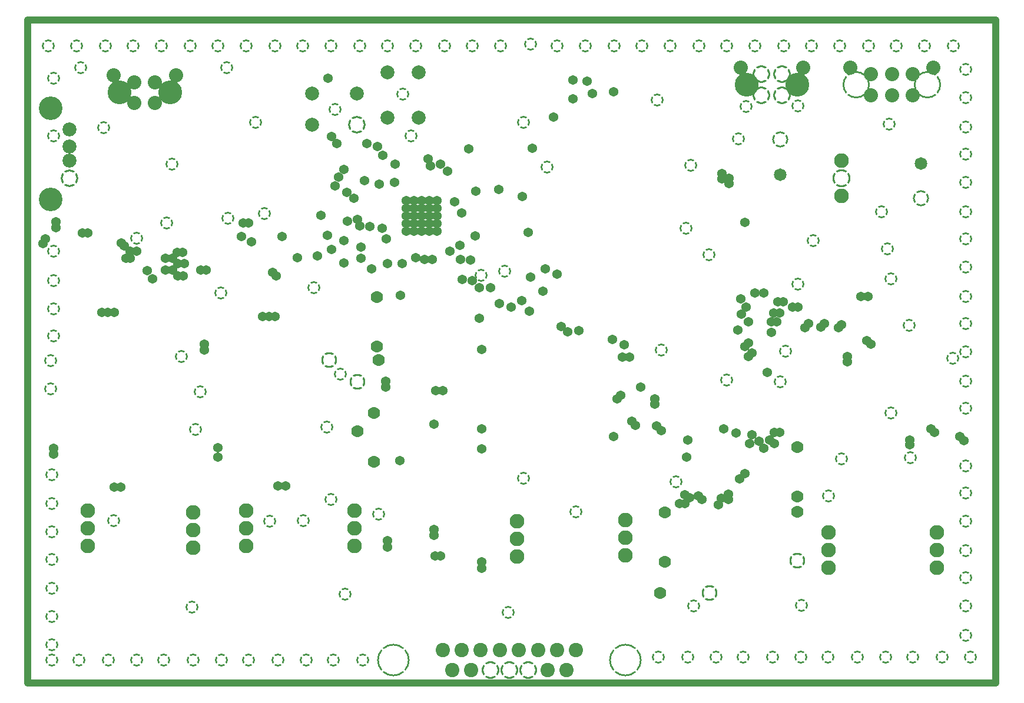
<source format=gbr>
%TF.GenerationSoftware,Altium Limited,Altium Designer,25.3.3 (18)*%
G04 Layer_Physical_Order=3*
G04 Layer_Color=128*
%FSLAX45Y45*%
%MOMM*%
%TF.SameCoordinates,7852E7E1-4E30-4CDD-8EF1-640B4E54786C*%
%TF.FilePolarity,Negative*%
%TF.FileFunction,Copper,L3,Inr,Plane*%
%TF.Part,Single*%
G01*
G75*
%TA.AperFunction,NonConductor*%
%ADD84C,1.01600*%
%TA.AperFunction,ComponentPad*%
%ADD85C,1.76600*%
G04:AMPARAMS|DCode=86|XSize=2.274mm|YSize=2.274mm|CornerRadius=0mm|HoleSize=0mm|Usage=FLASHONLY|Rotation=0.000|XOffset=0mm|YOffset=0mm|HoleType=Round|Shape=Relief|Width=0.254mm|Gap=0.254mm|Entries=4|*
%AMTHD86*
7,0,0,2.27400,1.76600,0.25400,45*
%
%ADD86THD86*%
G04:AMPARAMS|DCode=87|XSize=4.699mm|YSize=4.699mm|CornerRadius=0mm|HoleSize=0mm|Usage=FLASHONLY|Rotation=0.000|XOffset=0mm|YOffset=0mm|HoleType=Round|Shape=Relief|Width=0.254mm|Gap=0.254mm|Entries=4|*
%AMTHD87*
7,0,0,4.69900,4.19100,0.25400,45*
%
%ADD87THD87*%
%ADD88C,2.05740*%
G04:AMPARAMS|DCode=89|XSize=2.5654mm|YSize=2.5654mm|CornerRadius=0mm|HoleSize=0mm|Usage=FLASHONLY|Rotation=0.000|XOffset=0mm|YOffset=0mm|HoleType=Round|Shape=Relief|Width=0.254mm|Gap=0.254mm|Entries=4|*
%AMTHD89*
7,0,0,2.56540,2.05740,0.25400,45*
%
%ADD89THD89*%
%ADD90C,3.39600*%
G04:AMPARAMS|DCode=91|XSize=2.524mm|YSize=2.524mm|CornerRadius=0mm|HoleSize=0mm|Usage=FLASHONLY|Rotation=0.000|XOffset=0mm|YOffset=0mm|HoleType=Round|Shape=Relief|Width=0.254mm|Gap=0.254mm|Entries=4|*
%AMTHD91*
7,0,0,2.52400,2.01600,0.25400,45*
%
%ADD91THD91*%
%ADD92C,2.01600*%
%ADD93C,2.03600*%
G04:AMPARAMS|DCode=94|XSize=2.544mm|YSize=2.544mm|CornerRadius=0mm|HoleSize=0mm|Usage=FLASHONLY|Rotation=0.000|XOffset=0mm|YOffset=0mm|HoleType=Round|Shape=Relief|Width=0.254mm|Gap=0.254mm|Entries=4|*
%AMTHD94*
7,0,0,2.54400,2.03600,0.25400,45*
%
%ADD94THD94*%
%ADD95C,3.42600*%
%ADD96C,2.11600*%
%ADD97C,2.00600*%
G04:AMPARAMS|DCode=98|XSize=2.514mm|YSize=2.514mm|CornerRadius=0mm|HoleSize=0mm|Usage=FLASHONLY|Rotation=0.000|XOffset=0mm|YOffset=0mm|HoleType=Round|Shape=Relief|Width=0.254mm|Gap=0.254mm|Entries=4|*
%AMTHD98*
7,0,0,2.51400,2.00600,0.25400,45*
%
%ADD98THD98*%
G04:AMPARAMS|DCode=99|XSize=3.934mm|YSize=3.934mm|CornerRadius=0mm|HoleSize=0mm|Usage=FLASHONLY|Rotation=0.000|XOffset=0mm|YOffset=0mm|HoleType=Round|Shape=Relief|Width=0.254mm|Gap=0.254mm|Entries=4|*
%AMTHD99*
7,0,0,3.93400,3.42600,0.25400,45*
%
%ADD99THD99*%
G04:AMPARAMS|DCode=100|XSize=2.624mm|YSize=2.624mm|CornerRadius=0mm|HoleSize=0mm|Usage=FLASHONLY|Rotation=0.000|XOffset=0mm|YOffset=0mm|HoleType=Round|Shape=Relief|Width=0.254mm|Gap=0.254mm|Entries=4|*
%AMTHD100*
7,0,0,2.62400,2.11600,0.25400,45*
%
%ADD100THD100*%
G04:AMPARAMS|DCode=101|XSize=2.324mm|YSize=2.324mm|CornerRadius=0mm|HoleSize=0mm|Usage=FLASHONLY|Rotation=0.000|XOffset=0mm|YOffset=0mm|HoleType=Round|Shape=Relief|Width=0.254mm|Gap=0.254mm|Entries=4|*
%AMTHD101*
7,0,0,2.32400,1.81600,0.25400,45*
%
%ADD101THD101*%
%ADD102C,1.81600*%
%TA.AperFunction,ViaPad*%
%ADD103C,1.36600*%
G04:AMPARAMS|DCode=104|XSize=1.874mm|YSize=1.874mm|CornerRadius=0mm|HoleSize=0mm|Usage=FLASHONLY|Rotation=0.000|XOffset=0mm|YOffset=0mm|HoleType=Round|Shape=Relief|Width=0.254mm|Gap=0.254mm|Entries=4|*
%AMTHD104*
7,0,0,1.87400,1.36600,0.25400,45*
%
%ADD104THD104*%
D84*
X3822700Y1930400D02*
Y11468100D01*
X17741901D01*
Y1930400D02*
Y11468100D01*
X3822700Y1930400D02*
X17741901D01*
D85*
X8864000Y6578600D02*
D03*
X12979401Y4380900D02*
D03*
Y3670900D02*
D03*
X8839200Y7480300D02*
D03*
Y6770300D02*
D03*
X8801100Y5106000D02*
D03*
Y5816000D02*
D03*
X8559800Y5550500D02*
D03*
X12916499Y3225800D02*
D03*
X14884399Y5321300D02*
D03*
Y4611300D02*
D03*
Y4393600D02*
D03*
D86*
X8154000Y6578600D02*
D03*
X8559800Y6260500D02*
D03*
X13626500Y3225800D02*
D03*
X14884399Y3683600D02*
D03*
D87*
X9077960Y2255520D02*
D03*
X12410440D02*
D03*
D88*
X9784080Y2397760D02*
D03*
X10058400D02*
D03*
X10332720D02*
D03*
X10607039D02*
D03*
X10881359D02*
D03*
X11155679D02*
D03*
X11429999D02*
D03*
X11704319D02*
D03*
X9921241Y2113280D02*
D03*
X10195561D02*
D03*
X11292840D02*
D03*
X11567160D02*
D03*
D89*
X10469881D02*
D03*
X10744200D02*
D03*
X11018520D02*
D03*
D90*
X4148600Y8887800D02*
D03*
Y10201800D02*
D03*
D91*
X4419600Y9194800D02*
D03*
D92*
Y9444800D02*
D03*
Y9644800D02*
D03*
Y9894800D02*
D03*
D93*
X14068500Y10782600D02*
D03*
X14968500D02*
D03*
X5051500Y10668300D02*
D03*
X5951500D02*
D03*
X5351500Y10574300D02*
D03*
X5651500D02*
D03*
X5351500Y10274300D02*
D03*
X5651500D02*
D03*
X15944955Y10686100D02*
D03*
X16244955D02*
D03*
X16544955D02*
D03*
X15944955Y10386100D02*
D03*
X16244955D02*
D03*
X16544955D02*
D03*
X16844955Y10780100D02*
D03*
X15644955D02*
D03*
D94*
X14368500Y10688600D02*
D03*
X14668500D02*
D03*
X14368500Y10388600D02*
D03*
X14668500D02*
D03*
D95*
X14883501Y10538600D02*
D03*
X14153500D02*
D03*
X5866500Y10424300D02*
D03*
X5136500D02*
D03*
D96*
X4683658Y3895042D02*
D03*
Y4149042D02*
D03*
Y4403042D02*
D03*
X15519400Y8940800D02*
D03*
Y9448800D02*
D03*
X15333891Y3584348D02*
D03*
Y3838348D02*
D03*
Y4092348D02*
D03*
X16890509Y3584348D02*
D03*
X12410594Y3767094D02*
D03*
X8520670Y3900916D02*
D03*
X6197255Y3873500D02*
D03*
X6959600Y3898900D02*
D03*
Y4152900D02*
D03*
Y4406900D02*
D03*
X8520670Y4408916D02*
D03*
Y4154916D02*
D03*
X10858500Y4254500D02*
D03*
Y4000500D02*
D03*
Y3746500D02*
D03*
X12410594Y4021094D02*
D03*
Y4275094D02*
D03*
X16890509Y3838348D02*
D03*
Y4092348D02*
D03*
X6197255Y4127500D02*
D03*
Y4381500D02*
D03*
D97*
X8995200Y10063600D02*
D03*
X9445200D02*
D03*
Y10713600D02*
D03*
X8995200D02*
D03*
X8554600Y10410400D02*
D03*
X7904600D02*
D03*
Y9960400D02*
D03*
D98*
X8554600D02*
D03*
D99*
X16759955Y10536100D02*
D03*
X15729955D02*
D03*
D100*
X15519400Y9194800D02*
D03*
D101*
X16662399Y8906700D02*
D03*
X14643100Y9745600D02*
D03*
D102*
X16662399Y9406700D02*
D03*
X14643100Y9245600D02*
D03*
D103*
X4076700Y8318500D02*
D03*
X11861800Y10591800D02*
D03*
X11658600Y10604500D02*
D03*
X4603750Y8407400D02*
D03*
X12242800Y10439400D02*
D03*
X11226800Y7569200D02*
D03*
X10185400Y8013700D02*
D03*
X9956463Y8851840D02*
D03*
X10060409Y8688580D02*
D03*
X14198599Y5372100D02*
D03*
X14401801Y5308600D02*
D03*
X6553200Y5181600D02*
D03*
X10160000Y9613900D02*
D03*
X5613400Y7747000D02*
D03*
X10255634Y8363922D02*
D03*
X10033000Y8229600D02*
D03*
X11049000Y7772400D02*
D03*
X9639300Y8026400D02*
D03*
X9525000D02*
D03*
X8597900Y8509000D02*
D03*
X8737600Y8496300D02*
D03*
X8915400Y8470900D02*
D03*
X13754100Y4495800D02*
D03*
X13792200Y4584700D02*
D03*
X14135100Y8559800D02*
D03*
X8140700Y10629900D02*
D03*
X11379200Y10071100D02*
D03*
X10934700Y8928100D02*
D03*
X9893300Y8140700D02*
D03*
X8978900Y8318500D02*
D03*
X9398000Y8051800D02*
D03*
X9207500Y7964400D02*
D03*
X8991600Y7962900D02*
D03*
X8559800Y8597900D02*
D03*
X8509000Y8902700D02*
D03*
X8877300Y9105900D02*
D03*
X11012707Y8412235D02*
D03*
X10922800Y7429500D02*
D03*
X8191500Y9791700D02*
D03*
X8267700Y9690100D02*
D03*
X8242300Y9080500D02*
D03*
X8293100Y9207500D02*
D03*
X8369300Y9321800D02*
D03*
X9106185Y9397486D02*
D03*
X8928100Y9525000D02*
D03*
X8851900Y9652000D02*
D03*
X8699500Y9690100D02*
D03*
X8661400Y9156700D02*
D03*
X10591800Y9029700D02*
D03*
X10261600Y9004300D02*
D03*
X10210800Y7721600D02*
D03*
X10045700Y8026400D02*
D03*
X10071100Y7734300D02*
D03*
X10312400Y7620000D02*
D03*
X10477500D02*
D03*
X10316517Y7179617D02*
D03*
X8610600Y8204200D02*
D03*
X8420100Y8572500D02*
D03*
X8763000Y7888300D02*
D03*
X8610600Y8039100D02*
D03*
X8369300Y8293100D02*
D03*
Y7975600D02*
D03*
X8407400Y8991600D02*
D03*
X8191500Y8166100D02*
D03*
X8128000Y8369300D02*
D03*
X7988300Y8077200D02*
D03*
X7696200Y8051800D02*
D03*
X8039100Y8661400D02*
D03*
X9265700Y8866600D02*
D03*
X9375700D02*
D03*
X9485700D02*
D03*
X9595700D02*
D03*
X9705700D02*
D03*
X9265700Y8756600D02*
D03*
X9375700D02*
D03*
X9485700D02*
D03*
X9595700D02*
D03*
X9705700D02*
D03*
X9265700Y8646600D02*
D03*
X9375700D02*
D03*
X9485700D02*
D03*
X9595700D02*
D03*
X9705700D02*
D03*
X9265700Y8536600D02*
D03*
X9375700D02*
D03*
X9485700D02*
D03*
X9595700D02*
D03*
X9705700D02*
D03*
X9265700Y8426600D02*
D03*
X9375700D02*
D03*
X9485700D02*
D03*
X9595700D02*
D03*
X9705700D02*
D03*
X9093200Y9131300D02*
D03*
X14592300Y7124700D02*
D03*
X14516100D02*
D03*
X14185899D02*
D03*
X15887700Y6858000D02*
D03*
X15940045Y6805655D02*
D03*
X12230100Y6870700D02*
D03*
X14452600Y6400800D02*
D03*
X14554201Y5372100D02*
D03*
X14490700Y5422900D02*
D03*
X12839700Y5943600D02*
D03*
Y6019800D02*
D03*
X13268764Y4635791D02*
D03*
X13335001Y4597400D02*
D03*
X11747500Y6997700D02*
D03*
X5537200Y7861300D02*
D03*
X6057900Y7785100D02*
D03*
X5981700D02*
D03*
X9613900Y9372600D02*
D03*
X9855200Y9289136D02*
D03*
X9753600Y9398000D02*
D03*
X10769600Y7340600D02*
D03*
X9182100Y7505700D02*
D03*
X11074400Y9626600D02*
D03*
X11938992Y10414000D02*
D03*
X9575800Y9474200D02*
D03*
X11658600Y10337800D02*
D03*
X14681200Y7416800D02*
D03*
X14401801Y7543800D02*
D03*
X14274800D02*
D03*
X14516100Y6974316D02*
D03*
X11493500Y7061200D02*
D03*
X11582400Y6985000D02*
D03*
X10350500Y6731000D02*
D03*
X14008099Y5524500D02*
D03*
X12636500Y6184900D02*
D03*
X13830299Y5588000D02*
D03*
X14058900Y4864100D02*
D03*
X14135100Y4940300D02*
D03*
X10604500Y7391400D02*
D03*
X11036300Y7277100D02*
D03*
X12395200Y6794500D02*
D03*
X13804900Y9182100D02*
D03*
Y9258300D02*
D03*
X14030217Y7010400D02*
D03*
X14084300Y7239000D02*
D03*
X14147800Y7340600D02*
D03*
X14071600Y7454900D02*
D03*
X12471400Y6616700D02*
D03*
X12369800D02*
D03*
X11430000Y7810500D02*
D03*
X11264900Y7886700D02*
D03*
X12928600Y5562600D02*
D03*
X7480300Y8356600D02*
D03*
X7035800Y8280400D02*
D03*
X6896100Y8356600D02*
D03*
X7378599Y7204172D02*
D03*
X7289800Y7200900D02*
D03*
X7200900D02*
D03*
X13906500Y9112250D02*
D03*
Y9194800D02*
D03*
X14185899Y6819900D02*
D03*
X14897099Y7340600D02*
D03*
X14820900D02*
D03*
X14608043Y7416800D02*
D03*
X14630400Y7251700D02*
D03*
X14547388D02*
D03*
X9169400Y5130800D02*
D03*
X13296899Y5181600D02*
D03*
X15223276Y7046432D02*
D03*
X15278101Y7099300D02*
D03*
X15608299Y6623050D02*
D03*
Y6553200D02*
D03*
X15474734Y7041934D02*
D03*
X15519400Y7086600D02*
D03*
X14992123Y7041924D02*
D03*
X15049500Y7099300D02*
D03*
X14236700Y6680200D02*
D03*
X14185899Y6629400D02*
D03*
X14135100Y6769100D02*
D03*
X14630400Y5537200D02*
D03*
X10350500Y5588000D02*
D03*
X6311900Y7874000D02*
D03*
X6388100D02*
D03*
X7389900Y7786600D02*
D03*
X7340600Y7835900D02*
D03*
X5800929Y8039100D02*
D03*
X5969000Y8128000D02*
D03*
X5899559Y8039100D02*
D03*
X6045200Y8128000D02*
D03*
X6070600Y7962900D02*
D03*
X5981700D02*
D03*
X5803900Y7874000D02*
D03*
X5905500D02*
D03*
X5295900Y8140700D02*
D03*
X5384800D02*
D03*
X15798801Y7493000D02*
D03*
X15903085D02*
D03*
X6921500Y8547100D02*
D03*
X6997700D02*
D03*
X12344400Y6070600D02*
D03*
X12293600Y6019800D02*
D03*
X5232400Y8039100D02*
D03*
X5295900D02*
D03*
X5207000Y8216900D02*
D03*
X5162550Y8261350D02*
D03*
X4686300Y8407400D02*
D03*
X4229100Y8483600D02*
D03*
X4226615Y8560916D02*
D03*
X4038600Y8255000D02*
D03*
X13265150Y4508500D02*
D03*
X13195300D02*
D03*
X13893800Y4572000D02*
D03*
Y4648200D02*
D03*
X13512801Y4572000D02*
D03*
X13462000Y4622800D02*
D03*
X13309599Y5422900D02*
D03*
X14554201Y5537200D02*
D03*
X14338300Y5410200D02*
D03*
X14236700Y5503088D02*
D03*
X17220450Y5474450D02*
D03*
X17277600Y5417300D02*
D03*
X16807700Y5582402D02*
D03*
X16858501Y5531600D02*
D03*
X16502901Y5353800D02*
D03*
Y5423650D02*
D03*
X12242800Y5473700D02*
D03*
X6362700Y6807200D02*
D03*
Y6718300D02*
D03*
X9664700Y4140200D02*
D03*
Y4051300D02*
D03*
X8991600Y3975100D02*
D03*
Y3886200D02*
D03*
X9677400Y3759200D02*
D03*
X9753600D02*
D03*
X9658350Y5651500D02*
D03*
X10350500Y5295900D02*
D03*
Y3580099D02*
D03*
Y3670300D02*
D03*
X9690100Y6134100D02*
D03*
X9791700D02*
D03*
X8966200Y6184900D02*
D03*
Y6273800D02*
D03*
X12865100Y5626100D02*
D03*
X12560300Y5638800D02*
D03*
X12509948Y5696552D02*
D03*
X5061599Y7259533D02*
D03*
X4972800Y7256262D02*
D03*
X4883900D02*
D03*
X7531100Y4762500D02*
D03*
X7416800D02*
D03*
X6552556Y5313576D02*
D03*
X4191000Y5308600D02*
D03*
X5067300Y4749800D02*
D03*
X5156200D02*
D03*
X4191000Y5219700D02*
D03*
D104*
X13868401Y6286500D02*
D03*
X14643100Y6261100D02*
D03*
X14719299Y6705600D02*
D03*
X15519400Y5156200D02*
D03*
X16510001Y5168900D02*
D03*
X16230600Y5816600D02*
D03*
X14946658Y3047989D02*
D03*
X13398500Y3035300D02*
D03*
X10728470Y2939099D02*
D03*
X11705888Y4393556D02*
D03*
X13144791Y4821339D02*
D03*
X12928600Y6718300D02*
D03*
X14897099Y7670800D02*
D03*
X13614400Y8089900D02*
D03*
X15112585Y8290261D02*
D03*
X16178152Y8171000D02*
D03*
X16230005Y7745811D02*
D03*
X16092596Y8710267D02*
D03*
X16204080Y9972869D02*
D03*
X14036655Y9760271D02*
D03*
X12872568Y10317684D02*
D03*
X13352200Y9379155D02*
D03*
X10342800Y7797588D02*
D03*
X10677479Y7848941D02*
D03*
X11283118Y9354409D02*
D03*
X10951030Y9995279D02*
D03*
X9214848Y10399226D02*
D03*
X8242300Y10185400D02*
D03*
X7099300Y9994900D02*
D03*
X4914900Y9918700D02*
D03*
X5892800Y9398000D02*
D03*
X5384800Y8331200D02*
D03*
X5816600Y8547100D02*
D03*
X6701849Y8612546D02*
D03*
X7226300Y8686800D02*
D03*
X7937500Y7620000D02*
D03*
X8864600Y4356100D02*
D03*
X8384172Y3203727D02*
D03*
X7302500Y4254500D02*
D03*
X7785100Y4267200D02*
D03*
X8178800Y4572000D02*
D03*
X8120075Y5611073D02*
D03*
X8318500Y6375400D02*
D03*
X6032500Y6629400D02*
D03*
X5054600Y4267200D02*
D03*
X6184900Y3022600D02*
D03*
X4165600Y2476500D02*
D03*
Y3708400D02*
D03*
Y3289300D02*
D03*
Y2882900D02*
D03*
Y4927600D02*
D03*
Y4508500D02*
D03*
Y4102100D02*
D03*
X4191000Y6921500D02*
D03*
X4152900Y6565900D02*
D03*
Y6159500D02*
D03*
X4191000Y8140700D02*
D03*
Y7721600D02*
D03*
Y7315200D02*
D03*
Y10629900D02*
D03*
Y9804400D02*
D03*
X4940300Y11099800D02*
D03*
X4521200D02*
D03*
X4114800D02*
D03*
X6159500D02*
D03*
X5740400D02*
D03*
X5334000D02*
D03*
X7378700D02*
D03*
X6959600D02*
D03*
X6553200D02*
D03*
X8597900D02*
D03*
X8178800D02*
D03*
X7772400D02*
D03*
X9817100D02*
D03*
X9398000D02*
D03*
X8991600D02*
D03*
X11049000Y11125200D02*
D03*
X10617200Y11099800D02*
D03*
X10210800D02*
D03*
X12255500D02*
D03*
X11836400D02*
D03*
X11430000D02*
D03*
X13474699D02*
D03*
X13055600D02*
D03*
X12649200D02*
D03*
X14693900D02*
D03*
X14274800D02*
D03*
X13868401D02*
D03*
X15913100D02*
D03*
X15494000D02*
D03*
X15087601D02*
D03*
X17132300D02*
D03*
X16713200D02*
D03*
X16306799D02*
D03*
X17310100Y9931400D02*
D03*
Y10350500D02*
D03*
Y10756900D02*
D03*
Y8712200D02*
D03*
Y9131300D02*
D03*
Y9537700D02*
D03*
Y7493000D02*
D03*
Y7912100D02*
D03*
Y8318500D02*
D03*
Y6273800D02*
D03*
Y6692900D02*
D03*
Y7099300D02*
D03*
Y5054600D02*
D03*
Y5880100D02*
D03*
Y3835400D02*
D03*
Y4254500D02*
D03*
Y4660900D02*
D03*
Y2616200D02*
D03*
Y3035300D02*
D03*
Y3441700D02*
D03*
X16548100Y2298700D02*
D03*
X16967200D02*
D03*
X17373599D02*
D03*
X15328900D02*
D03*
X15748000D02*
D03*
X16154401D02*
D03*
X14109700D02*
D03*
X14528799D02*
D03*
X14935201D02*
D03*
X12890500D02*
D03*
X13309599D02*
D03*
X13716000D02*
D03*
X8216900Y2260600D02*
D03*
X8636000D02*
D03*
X6997700D02*
D03*
X7416800D02*
D03*
X7823200D02*
D03*
X5778500D02*
D03*
X6197600D02*
D03*
X6604000D02*
D03*
X5384800D02*
D03*
X4978400D02*
D03*
X4559300D02*
D03*
X4165600D02*
D03*
X6235700Y5575300D02*
D03*
X15334161Y4615100D02*
D03*
X10944239Y4872579D02*
D03*
X4584700Y10782300D02*
D03*
X6302549Y6118183D02*
D03*
X17119600Y6604000D02*
D03*
X6680395Y10781972D02*
D03*
X6597323Y7540150D02*
D03*
X16497301Y7073900D02*
D03*
X13284200Y8470900D02*
D03*
X9334500Y9804400D02*
D03*
X14897099Y10236200D02*
D03*
X14147800Y10223500D02*
D03*
%TF.MD5,7586580afa7eb057d35894579f85b608*%
M02*

</source>
